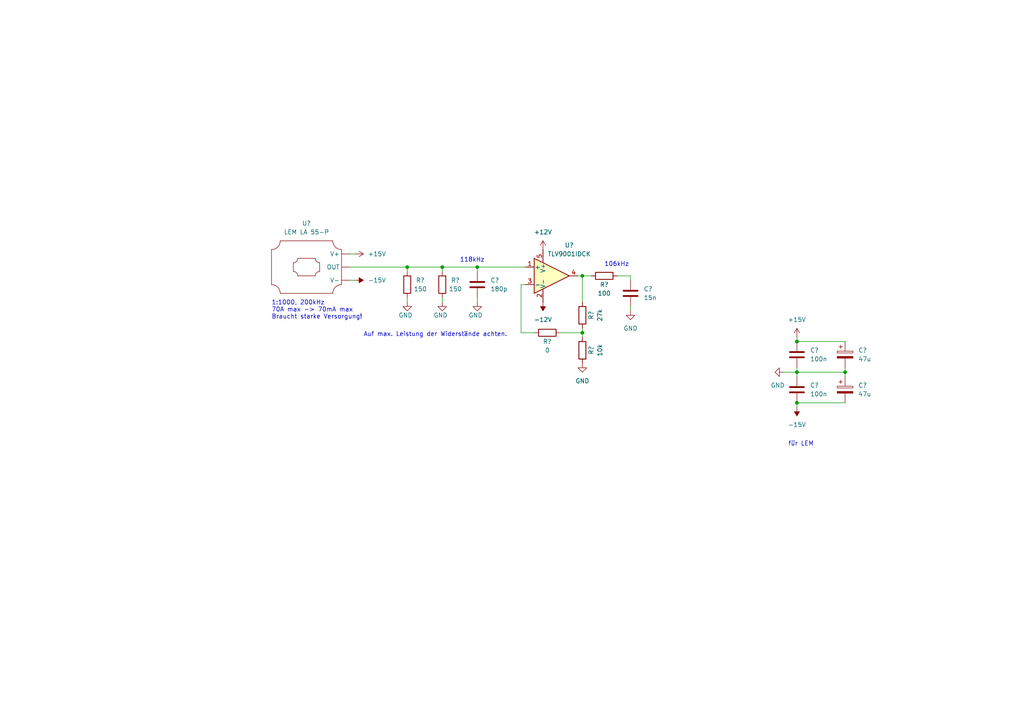
<source format=kicad_sch>
(kicad_sch (version 20211123) (generator eeschema)
  (paper "A4")
  (lib_symbols
    (symbol "Amplifier_Operational:TLV9001IDCK" (pin_names (offset 0.127))
      (property "Reference" "U" (at 7.62 2.54 0))
      (property "Value" "TLV9001IDCK" (at 11.43 -2.54 0))
      (symbol "TLV9001IDCK_0_1"
        (polyline (pts (xy -2.54 5.08) (xy -2.54 -5.08) (xy 7.62 0) (xy -2.54 5.08)) (stroke (width 0.254)) (fill (type background)))
      )
      (symbol "TLV9001IDCK_1_1"
        (pin input line (at -5.08 2.54 0) (length 2.54) (name "+") (number "1"))
        (pin power_in line (at 0 -7.62 90) (length 3.81) (name "V-") (number "2"))
        (pin input line (at -5.08 -2.54 0) (length 2.54) (name "-") (number "3"))
        (pin output line (at 10.16 0 180) (length 2.54) (name "~") (number "4"))
        (pin power_in line (at 0 7.62 270) (length 3.81) (name "V+") (number "5"))
      )
    )
    (symbol "Device:C" (pin_numbers hide) (pin_names (offset 0.254))
      (property "Reference" "C" (at 0.635 2.54 0))
      (property "Value" "C" (at 0.635 -2.54 0))
      (symbol "C_0_1"
        (polyline (pts (xy -2.032 -0.762) (xy 2.032 -0.762)) (stroke (width 0.508)))
        (polyline (pts (xy -2.032 0.762) (xy 2.032 0.762)) (stroke (width 0.508)))
      )
      (symbol "C_1_1"
        (pin passive line (at 0 3.81 270) (length 2.794) (name "~") (number "1"))
        (pin passive line (at 0 -3.81 90) (length 2.794) (name "~") (number "2"))
      )
    )
    (symbol "Device:C_Polarized" (pin_numbers hide) (pin_names (offset 0.254))
      (property "Reference" "C" (at 0.635 2.54 0))
      (property "Value" "C_Polarized" (at 0.635 -2.54 0))
      (symbol "C_Polarized_0_1"
        (rectangle (start -2.286 0.508) (end 2.286 1.016))
        (polyline (pts (xy -1.778 2.286) (xy -0.762 2.286)))
        (polyline (pts (xy -1.27 2.794) (xy -1.27 1.778)))
        (rectangle (start 2.286 -0.508) (end -2.286 -1.016) (fill (type outline)))
      )
      (symbol "C_Polarized_1_1"
        (pin passive line (at 0 3.81 270) (length 2.794) (name "~") (number "1"))
        (pin passive line (at 0 -3.81 90) (length 2.794) (name "~") (number "2"))
      )
    )
    (symbol "Device:R" (pin_numbers hide) (pin_names (offset 0))
      (property "Reference" "R" (at 2.032 0 90))
      (property "Value" "R" (at 0 0 90))
      (symbol "R_0_1"
        (rectangle (start -1.016 -2.54) (end 1.016 2.54) (stroke (width 0.254)))
      )
      (symbol "R_1_1"
        (pin passive line (at 0 3.81 270) (length 1.27) (name "~") (number "1"))
        (pin passive line (at 0 -3.81 90) (length 1.27) (name "~") (number "2"))
      )
    )
    (symbol "cf:CURRENTSENSOR"
      (property "Reference" "U" (at 10.16 19.05 0))
      (property "Value" "CURRENTSENSOR" (at 10.16 16.51 0))
      (symbol "CURRENTSENSOR_0_1"
        (polyline (pts (xy 0 2.54) (xy 0 12.7)))
        (polyline (pts (xy 2.54 15.24) (xy 17.78 15.24)))
        (polyline (pts (xy 6.35 6.35) (xy 6.35 8.89)))
        (polyline (pts (xy 7.62 5.08) (xy 12.7 5.08)))
        (polyline (pts (xy 7.62 10.16) (xy 12.7 10.16)))
        (polyline (pts (xy 13.97 6.35) (xy 13.97 8.89)))
        (polyline (pts (xy 17.78 0) (xy 2.54 0)))
        (polyline (pts (xy 20.32 12.7) (xy 20.32 2.54)))
        (arc (start 0 12.7) (mid 4.3361 10.9039) (end 2.54 15.24))
        (arc (start 2.54 0) (mid 4.3361 4.3361) (end 0 2.54))
        (arc (start 6.35 8.89) (mid 8.518 7.992) (end 7.62 10.16))
        (arc (start 7.62 5.08) (mid 8.518 7.248) (end 6.35 6.35))
        (arc (start 12.7 10.16) (mid 11.802 7.992) (end 13.97 8.89))
        (arc (start 13.97 6.35) (mid 11.802 7.248) (end 12.7 5.08))
        (arc (start 17.78 15.24) (mid 15.9839 10.9039) (end 20.32 12.7))
        (arc (start 20.32 2.54) (mid 15.9839 4.3361) (end 17.78 0))
      )
      (symbol "CURRENTSENSOR_1_1"
        (pin output line (at 22.86 7.62 180) (length 2.54) (name "OUT") (number ""))
        (pin power_in line (at 22.86 11.43 180) (length 2.54) (name "V+") (number ""))
        (pin power_in line (at 22.86 3.81 180) (length 2.54) (name "V-") (number ""))
      )
    )
    (symbol "power:+12V" (power) (pin_names (offset 0))
      (property "Value" "+12V" (at 0 3.556 0))
      (symbol "+12V_0_1"
        (polyline (pts (xy -0.762 1.27) (xy 0 2.54)))
        (polyline (pts (xy 0 0) (xy 0 2.54)))
        (polyline (pts (xy 0 2.54) (xy 0.762 1.27)))
      )
      (symbol "+12V_1_1"
        (pin power_in line (at 0 0 90) (length 0) hide (name "+12V") (number "1"))
      )
    )
    (symbol "power:+15V" (power) (pin_names (offset 0))
      (property "Value" "+15V" (at 0 3.556 0))
      (symbol "+15V_0_1"
        (polyline (pts (xy -0.762 1.27) (xy 0 2.54)))
        (polyline (pts (xy 0 0) (xy 0 2.54)))
        (polyline (pts (xy 0 2.54) (xy 0.762 1.27)))
      )
      (symbol "+15V_1_1"
        (pin power_in line (at 0 0 90) (length 0) hide (name "+15V") (number "1"))
      )
    )
    (symbol "power:-12V" (power) (pin_names (offset 0))
      (property "Value" "-12V" (at 0 3.81 0))
      (symbol "-12V_0_0"
        (pin power_in line (at 0 0 90) (length 0) hide (name "-12V") (number "1"))
      )
      (symbol "-12V_0_1"
        (polyline (pts (xy 0 0) (xy 0 1.27) (xy 0.762 1.27) (xy 0 2.54) (xy -0.762 1.27) (xy 0 1.27)) (fill (type outline)))
      )
    )
    (symbol "power:-15V" (power) (pin_names (offset 0))
      (property "Value" "-15V" (at 0 3.81 0))
      (symbol "-15V_0_0"
        (pin power_in line (at 0 0 90) (length 0) hide (name "-15V") (number "1"))
      )
      (symbol "-15V_0_1"
        (polyline (pts (xy 0 0) (xy 0 1.27) (xy 0.762 1.27) (xy 0 2.54) (xy -0.762 1.27) (xy 0 1.27)) (fill (type outline)))
      )
    )
    (symbol "power:GND" (power) (pin_names (offset 0))
      (property "Value" "GND" (at 0 -3.81 0))
      (symbol "GND_0_1"
        (polyline (pts (xy 0 0) (xy 0 -1.27) (xy 1.27 -1.27) (xy 0 -2.54) (xy -1.27 -1.27) (xy 0 -1.27)))
      )
      (symbol "GND_1_1"
        (pin power_in line (at 0 0 270) (length 0) hide (name "GND") (number "1"))
      )
    )
  )
  (junction (at 118.11 77.47))
  (junction (at 231.14 116.84))
  (junction (at 245.11 107.95))
  (junction (at 138.43 77.47))
  (junction (at 231.14 99.06))
  (junction (at 231.14 107.95))
  (junction (at 128.27 77.47))
  (junction (at 168.91 96.52))
  (junction (at 168.91 80.01))
  (wire (pts (xy 152.4 82.55) (xy 151.13 82.55)))
  (wire (pts (xy 182.88 88.9) (xy 182.88 90.17)))
  (wire (pts (xy 128.27 77.47) (xy 128.27 78.74)))
  (wire (pts (xy 168.91 95.25) (xy 168.91 96.52)))
  (wire (pts (xy 118.11 86.36) (xy 118.11 87.63)))
  (wire (pts (xy 231.14 106.68) (xy 231.14 107.95)))
  (wire (pts (xy 168.91 80.01) (xy 168.91 87.63)))
  (wire (pts (xy 138.43 86.36) (xy 138.43 87.63)))
  (wire (pts (xy 138.43 78.74) (xy 138.43 77.47)))
  (wire (pts (xy 179.07 80.01) (xy 182.88 80.01)))
  (wire (pts (xy 151.13 96.52) (xy 154.94 96.52)))
  (wire (pts (xy 227.33 107.95) (xy 231.14 107.95)))
  (wire (pts (xy 128.27 86.36) (xy 128.27 87.63)))
  (wire (pts (xy 231.14 107.95) (xy 245.11 107.95)))
  (wire (pts (xy 231.14 97.79) (xy 231.14 99.06)))
  (wire (pts (xy 231.14 107.95) (xy 231.14 109.22)))
  (wire (pts (xy 101.6 81.28) (xy 102.87 81.28)))
  (wire (pts (xy 231.14 116.84) (xy 245.11 116.84)))
  (wire (pts (xy 162.56 96.52) (xy 168.91 96.52)))
  (wire (pts (xy 245.11 106.68) (xy 245.11 107.95)))
  (wire (pts (xy 118.11 77.47) (xy 128.27 77.47)))
  (wire (pts (xy 182.88 80.01) (xy 182.88 81.28)))
  (wire (pts (xy 231.14 116.84) (xy 231.14 118.11)))
  (wire (pts (xy 168.91 96.52) (xy 168.91 97.79)))
  (wire (pts (xy 138.43 77.47) (xy 152.4 77.47)))
  (wire (pts (xy 151.13 82.55) (xy 151.13 96.52)))
  (wire (pts (xy 118.11 77.47) (xy 118.11 78.74)))
  (wire (pts (xy 138.43 77.47) (xy 128.27 77.47)))
  (wire (pts (xy 101.6 77.47) (xy 118.11 77.47)))
  (wire (pts (xy 168.91 80.01) (xy 171.45 80.01)))
  (wire (pts (xy 245.11 109.22) (xy 245.11 107.95)))
  (wire (pts (xy 231.14 99.06) (xy 245.11 99.06)))
  (wire (pts (xy 101.6 73.66) (xy 102.87 73.66)))
  (wire (pts (xy 167.64 80.01) (xy 168.91 80.01)))
  (text "Auf max. Leistung der Widerstände achten." (at 105.41 97.79 0) (effects (font (size 1.27 1.27)) (justify left bottom)))
  (text "106kHz" (at 175.26 77.47 0) (effects (font (size 1.27 1.27)) (justify left bottom)))
  (text "118kHz" (at 133.35 76.2 0) (effects (font (size 1.27 1.27)) (justify left bottom)))
  (text "für LEM" (at 228.6 129.54 0) (effects (font (size 1.27 1.27)) (justify left bottom)))
  (text "1:1000, 200kHz\n70A max -> 70mA max\nBraucht starke Versorgung!" (at 78.74 92.71 0) (effects (font (size 1.27 1.27)) (justify left bottom)))
  (symbol (lib_id "Device:R") (at 168.91 91.44 180) (unit 1)
    (property "Reference" "R?" (at 171.45 91.44 90))
    (property "Value" "27k" (at 173.99 91.44 90))
  )
  (symbol (lib_id "cf:CURRENTSENSOR") (at 78.74 85.09 0) (unit 1)
    (property "Reference" "U?" (at 88.9 64.77 0))
    (property "Value" "LEM LA 55-P" (at 88.9 67.31 0))
  )
  (symbol (lib_id "power:+15V") (at 231.14 97.79 0) (unit 1)
    (property "Reference" "#PWR?" (effects hide))
    (property "Value" "+15V" (at 231.14 92.71 0))
  )
  (symbol (lib_id "power:GND") (at 227.33 107.95 270) (unit 1)
    (property "Reference" "#PWR?" (effects hide))
    (property "Value" "GND" (at 223.52 111.76 90) (effects (justify left)))
  )
  (symbol (lib_id "power:GND") (at 118.11 87.63 0) (unit 1)
    (property "Reference" "#PWR?" (effects hide))
    (property "Value" "GND" (at 115.57 91.44 0) (effects (justify left)))
  )
  (symbol (lib_id "Device:R") (at 128.27 82.55 180) (unit 1)
    (property "Reference" "R?" (at 132.08 81.28 0))
    (property "Value" "150" (at 132.08 83.82 0))
  )
  (symbol (lib_id "Device:C_Polarized") (at 245.11 102.87 0) (unit 1)
    (property "Reference" "C?" (at 248.92 101.6 0) (effects (justify left)))
    (property "Value" "47u" (at 248.92 104.14 0) (effects (justify left)))
  )
  (symbol (lib_id "power:GND") (at 182.88 90.17 0) (unit 1)
    (property "Reference" "#PWR?" (effects hide))
    (property "Value" "GND" (at 182.88 95.25 0))
  )
  (symbol (lib_id "power:GND") (at 128.27 87.63 0) (unit 1)
    (property "Reference" "#PWR?" (effects hide))
    (property "Value" "GND" (at 125.73 91.44 0) (effects (justify left)))
  )
  (symbol (lib_id "Device:C") (at 231.14 113.03 0) (unit 1)
    (property "Reference" "C?" (at 234.95 111.7599 0) (effects (justify left)))
    (property "Value" "100n" (at 234.95 114.2999 0) (effects (justify left)))
  )
  (symbol (lib_id "Device:R") (at 175.26 80.01 90) (unit 1)
    (property "Reference" "R?" (at 175.26 82.55 90))
    (property "Value" "100" (at 175.26 85.09 90))
  )
  (symbol (lib_id "Device:R") (at 158.75 96.52 90) (unit 1)
    (property "Reference" "R?" (at 158.75 99.06 90))
    (property "Value" "0" (at 158.75 101.6 90))
  )
  (symbol (lib_id "power:-15V") (at 231.14 118.11 180) (unit 1)
    (property "Reference" "#PWR?" (effects hide))
    (property "Value" "-15V" (at 231.14 123.19 0))
  )
  (symbol (lib_id "Device:C") (at 138.43 82.55 0) (unit 1)
    (property "Reference" "C?" (at 142.24 81.2799 0) (effects (justify left)))
    (property "Value" "180p" (at 142.24 83.8199 0) (effects (justify left)))
  )
  (symbol (lib_id "power:+15V") (at 102.87 73.66 270) (unit 1)
    (property "Reference" "#PWR?" (effects hide))
    (property "Value" "+15V" (at 106.68 73.6599 90) (effects (justify left)))
  )
  (symbol (lib_id "Amplifier_Operational:TLV9001IDCK") (at 157.48 80.01 0) (unit 1)
    (property "Reference" "U?" (at 165.1 71.12 0))
    (property "Value" "TLV9001IDCK" (at 165.1 73.66 0))
    (property "Footprint" "Package_TO_SOT_SMD:SOT-353_SC-70-5" (effects hide))
    (property "Datasheet" "https://www.ti.com/lit/ds/symlink/tlv9001.pdf" (effects hide))
  )
  (symbol (lib_id "power:+12V") (at 157.48 72.39 0) (unit 1)
    (property "Reference" "#PWR?" (effects hide))
    (property "Value" "+12V" (at 157.48 67.31 0))
  )
  (symbol (lib_id "power:GND") (at 138.43 87.63 0) (unit 1)
    (property "Reference" "#PWR?" (effects hide))
    (property "Value" "GND" (at 135.89 91.44 0) (effects (justify left)))
  )
  (symbol (lib_id "Device:C") (at 182.88 85.09 0) (unit 1)
    (property "Reference" "C?" (at 186.69 83.8199 0) (effects (justify left)))
    (property "Value" "15n" (at 186.69 86.3599 0) (effects (justify left)))
  )
  (symbol (lib_id "power:-15V") (at 102.87 81.28 270) (unit 1)
    (property "Reference" "#PWR?" (effects hide))
    (property "Value" "-15V" (at 106.68 81.2799 90) (effects (justify left)))
  )
  (symbol (lib_id "Device:C_Polarized") (at 245.11 113.03 0) (unit 1)
    (property "Reference" "C?" (at 248.92 111.76 0) (effects (justify left)))
    (property "Value" "47u" (at 248.92 114.3 0) (effects (justify left)))
  )
  (symbol (lib_id "Device:R") (at 118.11 82.55 180) (unit 1)
    (property "Reference" "R?" (at 121.92 81.28 0))
    (property "Value" "150" (at 121.92 83.82 0))
  )
  (symbol (lib_id "power:-12V") (at 157.48 87.63 180) (unit 1)
    (property "Reference" "#PWR?" (effects hide))
    (property "Value" "-12V" (at 157.48 92.71 0))
  )
  (symbol (lib_id "power:GND") (at 168.91 105.41 0) (unit 1)
    (property "Reference" "#PWR?" (effects hide))
    (property "Value" "GND" (at 168.91 110.49 0))
  )
  (symbol (lib_id "Device:R") (at 168.91 101.6 180) (unit 1)
    (property "Reference" "R?" (at 171.45 101.6 90))
    (property "Value" "10k" (at 173.99 101.6 90))
  )
  (symbol (lib_id "Device:C") (at 231.14 102.87 0) (unit 1)
    (property "Reference" "C?" (at 234.95 101.5999 0) (effects (justify left)))
    (property "Value" "100n" (at 234.95 104.1399 0) (effects (justify left)))
  )
)
</source>
